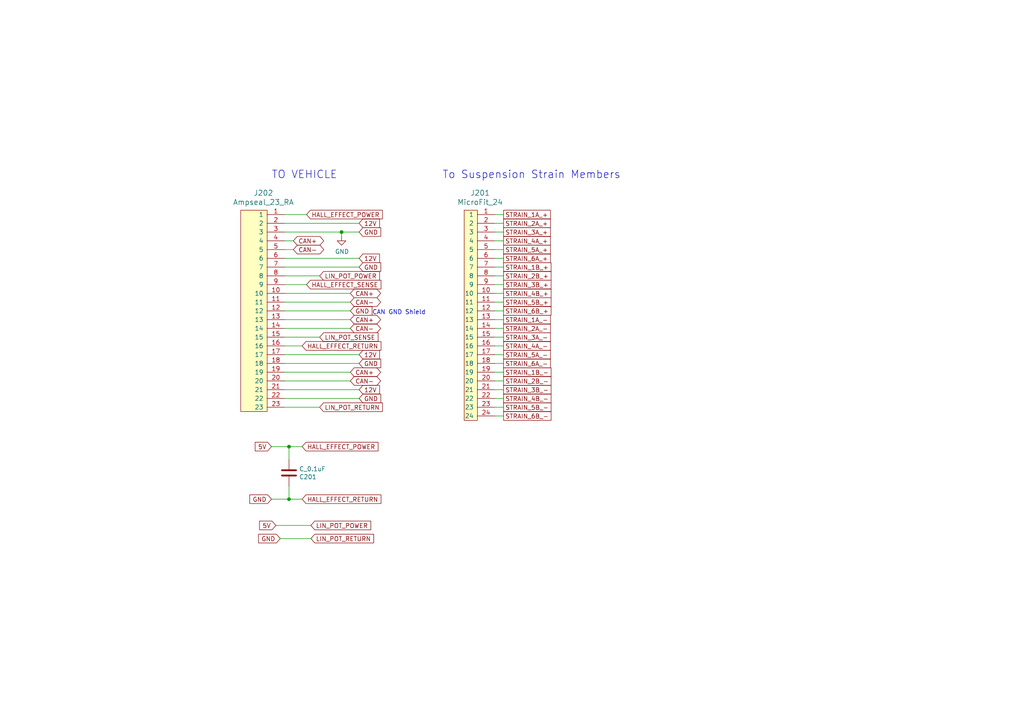
<source format=kicad_sch>
(kicad_sch (version 20211123) (generator eeschema)
  (paper "A4")
  (lib_symbols
    (symbol "formula:Ampseal_23_RA" (pin_names (offset 1.016))
      (property "Reference" "J" (at -6.35 30.48 0))
      (property "Value" "Ampseal_23_RA" (at -7.62 -30.48 0))
      (symbol "Ampseal_23_RA_0_1"
        (rectangle (start 0 29.21) (end -7.62 -29.21) (fill (type background)))
      )
      (symbol "Ampseal_23_RA_1_1"
        (pin passive line (at 5.08 27.94 180) (length 5.08) (name "1") (number "1"))
        (pin passive line (at 5.08 5.08 180) (length 5.08) (name "10") (number "10"))
        (pin passive line (at 5.08 2.54 180) (length 5.08) (name "11") (number "11"))
        (pin passive line (at 5.08 0 180) (length 5.08) (name "12") (number "12"))
        (pin passive line (at 5.08 -2.54 180) (length 5.08) (name "13") (number "13"))
        (pin passive line (at 5.08 -5.08 180) (length 5.08) (name "14") (number "14"))
        (pin passive line (at 5.08 -7.62 180) (length 5.08) (name "15") (number "15"))
        (pin passive line (at 5.08 -10.16 180) (length 5.08) (name "16") (number "16"))
        (pin passive line (at 5.08 -12.7 180) (length 5.08) (name "17") (number "17"))
        (pin passive line (at 5.08 -15.24 180) (length 5.08) (name "18") (number "18"))
        (pin passive line (at 5.08 -17.78 180) (length 5.08) (name "19") (number "19"))
        (pin passive line (at 5.08 25.4 180) (length 5.08) (name "2") (number "2"))
        (pin passive line (at 5.08 -20.32 180) (length 5.08) (name "20") (number "20"))
        (pin passive line (at 5.08 -22.86 180) (length 5.08) (name "21") (number "21"))
        (pin passive line (at 5.08 -25.4 180) (length 5.08) (name "22") (number "22"))
        (pin passive line (at 5.08 -27.94 180) (length 5.08) (name "23") (number "23"))
        (pin passive line (at 5.08 22.86 180) (length 5.08) (name "3") (number "3"))
        (pin passive line (at 5.08 20.32 180) (length 5.08) (name "4") (number "4"))
        (pin passive line (at 5.08 17.78 180) (length 5.08) (name "5") (number "5"))
        (pin passive line (at 5.08 15.24 180) (length 5.08) (name "6") (number "6"))
        (pin passive line (at 5.08 12.7 180) (length 5.08) (name "7") (number "7"))
        (pin passive line (at 5.08 10.16 180) (length 5.08) (name "8") (number "8"))
        (pin passive line (at 5.08 7.62 180) (length 5.08) (name "9") (number "9"))
      )
    )
    (symbol "formula:C_0.1uF" (pin_numbers hide) (pin_names (offset 0.254))
      (property "Reference" "C" (at 0.635 2.54 0))
      (property "Value" "C_0.1uF" (at 0.635 -2.54 0))
      (symbol "C_0.1uF_0_1"
        (polyline (pts (xy -2.032 -0.762) (xy 2.032 -0.762)) (stroke (width 0.508)))
        (polyline (pts (xy -2.032 0.762) (xy 2.032 0.762)) (stroke (width 0.508)))
      )
      (symbol "C_0.1uF_1_1"
        (pin passive line (at 0 3.81 270) (length 2.794) (name "~") (number "1"))
        (pin passive line (at 0 -3.81 90) (length 2.794) (name "~") (number "2"))
      )
    )
    (symbol "formula:MicroFit_24" (pin_names (offset 1.016))
      (property "Reference" "J" (at 1.27 -1.27 0))
      (property "Value" "MicroFit_24" (at 6.35 -64.77 0))
      (symbol "MicroFit_24_0_1"
        (rectangle (start 3.81 -63.5) (end 0 -2.54) (fill (type background)))
      )
      (symbol "MicroFit_24_1_1"
        (pin input line (at 8.89 -3.81 180) (length 5.08) (name "1") (number "1"))
        (pin input line (at 8.89 -26.67 180) (length 5.08) (name "10") (number "10"))
        (pin input line (at 8.89 -29.21 180) (length 5.08) (name "11") (number "11"))
        (pin input line (at 8.89 -31.75 180) (length 5.08) (name "12") (number "12"))
        (pin input line (at 8.89 -34.29 180) (length 5.08) (name "13") (number "13"))
        (pin input line (at 8.89 -36.83 180) (length 5.08) (name "14") (number "14"))
        (pin input line (at 8.89 -39.37 180) (length 5.08) (name "15") (number "15"))
        (pin input line (at 8.89 -41.91 180) (length 5.08) (name "16") (number "16"))
        (pin input line (at 8.89 -44.45 180) (length 5.08) (name "17") (number "17"))
        (pin input line (at 8.89 -46.99 180) (length 5.08) (name "18") (number "18"))
        (pin input line (at 8.89 -49.53 180) (length 5.08) (name "19") (number "19"))
        (pin input line (at 8.89 -6.35 180) (length 5.08) (name "2") (number "2"))
        (pin input line (at 8.89 -52.07 180) (length 5.08) (name "20") (number "20"))
        (pin input line (at 8.89 -54.61 180) (length 5.08) (name "21") (number "21"))
        (pin input line (at 8.89 -57.15 180) (length 5.08) (name "22") (number "22"))
        (pin input line (at 8.89 -59.69 180) (length 5.08) (name "23") (number "23"))
        (pin input line (at 8.89 -62.23 180) (length 5.08) (name "24") (number "24"))
        (pin input line (at 8.89 -8.89 180) (length 5.08) (name "3") (number "3"))
        (pin input line (at 8.89 -11.43 180) (length 5.08) (name "4") (number "4"))
        (pin input line (at 8.89 -13.97 180) (length 5.08) (name "5") (number "5"))
        (pin input line (at 8.89 -16.51 180) (length 5.08) (name "6") (number "6"))
        (pin input line (at 8.89 -19.05 180) (length 5.08) (name "7") (number "7"))
        (pin input line (at 8.89 -21.59 180) (length 5.08) (name "8") (number "8"))
        (pin input line (at 8.89 -24.13 180) (length 5.08) (name "9") (number "9"))
      )
    )
    (symbol "power:GND" (power) (pin_names (offset 0))
      (property "Value" "power_GND" (at 0 -3.81 0))
      (symbol "GND_0_1"
        (polyline (pts (xy 0 0) (xy 0 -1.27) (xy 1.27 -1.27) (xy 0 -2.54) (xy -1.27 -1.27) (xy 0 -1.27)))
      )
      (symbol "GND_1_1"
        (pin power_in line (at 0 0 270) (length 0) hide (name "GND") (number "1"))
      )
    )
  )
  (junction (at 99.06 67.31))
  (junction (at 83.82 129.54))
  (junction (at 83.82 144.78))
  (wire (pts (xy 83.82 144.78) (xy 83.82 140.97)))
  (wire (pts (xy 81.28 156.21) (xy 90.17 156.21)))
  (wire (pts (xy 82.55 102.87) (xy 104.14 102.87)))
  (wire (pts (xy 143.51 110.49) (xy 146.05 110.49)))
  (wire (pts (xy 143.51 64.77) (xy 146.05 64.77)))
  (wire (pts (xy 88.9 82.55) (xy 82.55 82.55)))
  (wire (pts (xy 146.05 113.03) (xy 143.51 113.03)))
  (wire (pts (xy 146.05 87.63) (xy 143.51 87.63)))
  (wire (pts (xy 83.82 129.54) (xy 87.63 129.54)))
  (wire (pts (xy 99.06 67.31) (xy 104.14 67.31)))
  (wire (pts (xy 143.51 90.17) (xy 146.05 90.17)))
  (wire (pts (xy 143.51 95.25) (xy 146.05 95.25)))
  (wire (pts (xy 146.05 77.47) (xy 143.51 77.47)))
  (wire (pts (xy 88.9 62.23) (xy 82.55 62.23)))
  (wire (pts (xy 82.55 87.63) (xy 101.6 87.63)))
  (wire (pts (xy 146.05 102.87) (xy 143.51 102.87)))
  (wire (pts (xy 143.51 80.01) (xy 146.05 80.01)))
  (wire (pts (xy 146.05 72.39) (xy 143.51 72.39)))
  (wire (pts (xy 80.01 152.4) (xy 90.17 152.4)))
  (wire (pts (xy 92.71 118.11) (xy 82.55 118.11)))
  (wire (pts (xy 82.55 110.49) (xy 101.6 110.49)))
  (wire (pts (xy 143.51 69.85) (xy 146.05 69.85)))
  (wire (pts (xy 146.05 82.55) (xy 143.51 82.55)))
  (wire (pts (xy 82.55 107.95) (xy 101.6 107.95)))
  (wire (pts (xy 82.55 74.93) (xy 104.14 74.93)))
  (wire (pts (xy 87.63 100.33) (xy 82.55 100.33)))
  (wire (pts (xy 143.51 100.33) (xy 146.05 100.33)))
  (wire (pts (xy 82.55 64.77) (xy 104.14 64.77)))
  (wire (pts (xy 146.05 97.79) (xy 143.51 97.79)))
  (wire (pts (xy 82.55 72.39) (xy 85.09 72.39)))
  (wire (pts (xy 82.55 90.17) (xy 101.6 90.17)))
  (wire (pts (xy 83.82 129.54) (xy 78.74 129.54)))
  (wire (pts (xy 83.82 144.78) (xy 78.74 144.78)))
  (wire (pts (xy 146.05 62.23) (xy 143.51 62.23)))
  (wire (pts (xy 83.82 133.35) (xy 83.82 129.54)))
  (wire (pts (xy 146.05 92.71) (xy 143.51 92.71)))
  (wire (pts (xy 82.55 69.85) (xy 85.09 69.85)))
  (wire (pts (xy 82.55 80.01) (xy 92.71 80.01)))
  (wire (pts (xy 87.63 144.78) (xy 83.82 144.78)))
  (wire (pts (xy 146.05 67.31) (xy 143.51 67.31)))
  (wire (pts (xy 143.51 115.57) (xy 146.05 115.57)))
  (wire (pts (xy 82.55 113.03) (xy 104.14 113.03)))
  (wire (pts (xy 82.55 67.31) (xy 99.06 67.31)))
  (wire (pts (xy 143.51 105.41) (xy 146.05 105.41)))
  (wire (pts (xy 143.51 120.65) (xy 146.05 120.65)))
  (wire (pts (xy 99.06 68.58) (xy 99.06 67.31)))
  (wire (pts (xy 82.55 105.41) (xy 104.14 105.41)))
  (wire (pts (xy 143.51 85.09) (xy 146.05 85.09)))
  (wire (pts (xy 146.05 118.11) (xy 143.51 118.11)))
  (wire (pts (xy 82.55 77.47) (xy 104.14 77.47)))
  (wire (pts (xy 82.55 115.57) (xy 104.14 115.57)))
  (wire (pts (xy 82.55 95.25) (xy 101.6 95.25)))
  (wire (pts (xy 92.71 97.79) (xy 82.55 97.79)))
  (wire (pts (xy 82.55 92.71) (xy 101.6 92.71)))
  (wire (pts (xy 146.05 107.95) (xy 143.51 107.95)))
  (wire (pts (xy 82.55 85.09) (xy 101.6 85.09)))
  (wire (pts (xy 143.51 74.93) (xy 146.05 74.93)))
  (text "CAN GND Shield" (at 107.95 91.44 0) (effects (font (size 1.27 1.27)) (justify left bottom)))
  (text "TO VEHICLE" (at 78.74 52.07 0) (effects (font (size 2.2098 2.2098)) (justify left bottom)))
  (text "To Suspension Strain Members" (at 128.27 52.07 0) (effects (font (size 2.2098 2.2098)) (justify left bottom)))
  (global_label "STRAIN_2A_+" (shape passive) (at 146.05 64.77 0) (property "Intersheet References" "${INTERSHEET_REFS}" (effects hide)))
  (global_label "STRAIN_3B_+" (shape passive) (at 146.05 82.55 0) (property "Intersheet References" "${INTERSHEET_REFS}" (effects hide)))
  (global_label "STRAIN_6B_+" (shape passive) (at 146.05 90.17 0) (property "Intersheet References" "${INTERSHEET_REFS}" (effects hide)))
  (global_label "STRAIN_1B_-" (shape passive) (at 146.05 107.95 0) (property "Intersheet References" "${INTERSHEET_REFS}" (effects hide)))
  (global_label "STRAIN_2A_-" (shape passive) (at 146.05 95.25 0) (property "Intersheet References" "${INTERSHEET_REFS}" (effects hide)))
  (global_label "STRAIN_1A_+" (shape passive) (at 146.05 62.23 0) (property "Intersheet References" "${INTERSHEET_REFS}" (effects hide)))
  (global_label "GND" (shape input) (at 104.14 105.41 0) (property "Intersheet References" "${INTERSHEET_REFS}" (effects hide)))
  (global_label "CAN+" (shape bidirectional) (at 101.6 92.71 0) (property "Intersheet References" "${INTERSHEET_REFS}" (effects hide)))
  (global_label "STRAIN_6B_-" (shape passive) (at 146.05 120.65 0) (property "Intersheet References" "${INTERSHEET_REFS}" (effects hide)))
  (global_label "CAN-" (shape bidirectional) (at 85.09 72.39 0) (property "Intersheet References" "${INTERSHEET_REFS}" (effects hide)))
  (global_label "HALL_EFFECT_POWER" (shape input) (at 88.9 62.23 0) (property "Intersheet References" "${INTERSHEET_REFS}" (effects hide)))
  (global_label "GND" (shape input) (at 101.6 90.17 0) (property "Intersheet References" "${INTERSHEET_REFS}" (effects hide)))
  (global_label "GND" (shape input) (at 104.14 67.31 0) (property "Intersheet References" "${INTERSHEET_REFS}" (effects hide)))
  (global_label "12V" (shape input) (at 104.14 113.03 0) (property "Intersheet References" "${INTERSHEET_REFS}" (effects hide)))
  (global_label "LIN_POT_SENSE" (shape input) (at 92.71 97.79 0) (property "Intersheet References" "${INTERSHEET_REFS}" (effects hide)))
  (global_label "12V" (shape input) (at 104.14 74.93 0) (property "Intersheet References" "${INTERSHEET_REFS}" (effects hide)))
  (global_label "STRAIN_3B_-" (shape passive) (at 146.05 113.03 0) (property "Intersheet References" "${INTERSHEET_REFS}" (effects hide)))
  (global_label "LIN_POT_RETURN" (shape input) (at 90.17 156.21 0) (property "Intersheet References" "${INTERSHEET_REFS}" (effects hide)))
  (global_label "HALL_EFFECT_RETURN" (shape input) (at 87.63 144.78 0) (property "Intersheet References" "${INTERSHEET_REFS}" (effects hide)))
  (global_label "5V" (shape input) (at 78.74 129.54 180) (property "Intersheet References" "${INTERSHEET_REFS}" (effects hide)))
  (global_label "STRAIN_4B_-" (shape passive) (at 146.05 115.57 0) (property "Intersheet References" "${INTERSHEET_REFS}" (effects hide)))
  (global_label "STRAIN_5B_-" (shape passive) (at 146.05 118.11 0) (property "Intersheet References" "${INTERSHEET_REFS}" (effects hide)))
  (global_label "CAN-" (shape bidirectional) (at 101.6 110.49 0) (property "Intersheet References" "${INTERSHEET_REFS}" (effects hide)))
  (global_label "GND" (shape input) (at 104.14 77.47 0) (property "Intersheet References" "${INTERSHEET_REFS}" (effects hide)))
  (global_label "HALL_EFFECT_RETURN" (shape input) (at 87.63 100.33 0) (property "Intersheet References" "${INTERSHEET_REFS}" (effects hide)))
  (global_label "HALL_EFFECT_SENSE" (shape input) (at 88.9 82.55 0) (property "Intersheet References" "${INTERSHEET_REFS}" (effects hide)))
  (global_label "LIN_POT_RETURN" (shape input) (at 92.71 118.11 0) (property "Intersheet References" "${INTERSHEET_REFS}" (effects hide)))
  (global_label "GND" (shape input) (at 78.74 144.78 180) (property "Intersheet References" "${INTERSHEET_REFS}" (effects hide)))
  (global_label "12V" (shape input) (at 104.14 64.77 0) (property "Intersheet References" "${INTERSHEET_REFS}" (effects hide)))
  (global_label "CAN-" (shape bidirectional) (at 101.6 87.63 0) (property "Intersheet References" "${INTERSHEET_REFS}" (effects hide)))
  (global_label "LIN_POT_POWER" (shape input) (at 90.17 152.4 0) (property "Intersheet References" "${INTERSHEET_REFS}" (effects hide)))
  (global_label "STRAIN_6A_+" (shape passive) (at 146.05 74.93 0) (property "Intersheet References" "${INTERSHEET_REFS}" (effects hide)))
  (global_label "CAN+" (shape bidirectional) (at 101.6 85.09 0) (property "Intersheet References" "${INTERSHEET_REFS}" (effects hide)))
  (global_label "CAN+" (shape bidirectional) (at 101.6 107.95 0) (property "Intersheet References" "${INTERSHEET_REFS}" (effects hide)))
  (global_label "STRAIN_1A_-" (shape passive) (at 146.05 92.71 0) (property "Intersheet References" "${INTERSHEET_REFS}" (effects hide)))
  (global_label "LIN_POT_POWER" (shape input) (at 92.71 80.01 0) (property "Intersheet References" "${INTERSHEET_REFS}" (effects hide)))
  (global_label "CAN+" (shape bidirectional) (at 85.09 69.85 0) (property "Intersheet References" "${INTERSHEET_REFS}" (effects hide)))
  (global_label "STRAIN_4B_+" (shape passive) (at 146.05 85.09 0) (property "Intersheet References" "${INTERSHEET_REFS}" (effects hide)))
  (global_label "STRAIN_2B_-" (shape passive) (at 146.05 110.49 0) (property "Intersheet References" "${INTERSHEET_REFS}" (effects hide)))
  (global_label "CAN-" (shape bidirectional) (at 101.6 95.25 0) (property "Intersheet References" "${INTERSHEET_REFS}" (effects hide)))
  (global_label "GND" (shape input) (at 81.28 156.21 180) (property "Intersheet References" "${INTERSHEET_REFS}" (effects hide)))
  (global_label "STRAIN_4A_-" (shape passive) (at 146.05 100.33 0) (property "Intersheet References" "${INTERSHEET_REFS}" (effects hide)))
  (global_label "STRAIN_6A_-" (shape passive) (at 146.05 105.41 0) (property "Intersheet References" "${INTERSHEET_REFS}" (effects hide)))
  (global_label "STRAIN_3A_+" (shape passive) (at 146.05 67.31 0) (property "Intersheet References" "${INTERSHEET_REFS}" (effects hide)))
  (global_label "12V" (shape input) (at 104.14 102.87 0) (property "Intersheet References" "${INTERSHEET_REFS}" (effects hide)))
  (global_label "STRAIN_5B_+" (shape passive) (at 146.05 87.63 0) (property "Intersheet References" "${INTERSHEET_REFS}" (effects hide)))
  (global_label "STRAIN_1B_+" (shape passive) (at 146.05 77.47 0) (property "Intersheet References" "${INTERSHEET_REFS}" (effects hide)))
  (global_label "STRAIN_2B_+" (shape passive) (at 146.05 80.01 0) (property "Intersheet References" "${INTERSHEET_REFS}" (effects hide)))
  (global_label "STRAIN_5A_-" (shape passive) (at 146.05 102.87 0) (property "Intersheet References" "${INTERSHEET_REFS}" (effects hide)))
  (global_label "HALL_EFFECT_POWER" (shape input) (at 87.63 129.54 0) (property "Intersheet References" "${INTERSHEET_REFS}" (effects hide)))
  (global_label "5V" (shape input) (at 80.01 152.4 180) (property "Intersheet References" "${INTERSHEET_REFS}" (effects hide)))
  (global_label "GND" (shape input) (at 104.14 115.57 0) (property "Intersheet References" "${INTERSHEET_REFS}" (effects hide)))
  (global_label "STRAIN_3A_-" (shape passive) (at 146.05 97.79 0) (property "Intersheet References" "${INTERSHEET_REFS}" (effects hide)))
  (global_label "STRAIN_4A_+" (shape passive) (at 146.05 69.85 0) (property "Intersheet References" "${INTERSHEET_REFS}" (effects hide)))
  (global_label "STRAIN_5A_+" (shape passive) (at 146.05 72.39 0) (property "Intersheet References" "${INTERSHEET_REFS}" (effects hide)))
  (symbol (lib_id "power:GND") (at 99.06 68.58 0) (unit 1)
    (property "Reference" "#PWR?" (effects hide))
    (property "Value" "GND" (at 99.187 72.9742 0))
  )
  (symbol (lib_id "formula:C_0.1uF") (at 83.82 137.16 0) (mirror x)
    (property "Reference" "C201" (at 86.741 138.3284 0) (effects (justify left)))
    (property "Value" "C_0.1uF" (at 86.741 136.017 0) (effects (justify left)))
    (property "Footprint" "footprints:C_0805_OEM" (effects hide))
    (property "Datasheet" "http://datasheets.avx.com/X7RDielectric.pdf" (effects hide))
    (property "MFN" "DK" (effects hide))
    (property "MPN" "478-3352-1-ND" (effects hide))
    (property "PurchasingLink" "https://www.digikey.com/products/en?keywords=478-3352-1-ND" (effects hide))
  )
  (symbol (lib_id "formula:Ampseal_23_RA") (at 77.47 90.17 0) (unit 1)
    (property "Reference" "J202" (at 76.4032 55.9562 0) (effects (font (size 1.524 1.524))))
    (property "Value" "Ampseal_23_RA" (at 76.4032 58.6486 0) (effects (font (size 1.524 1.524))))
    (property "Footprint" "footprints:Ampseal_23" (effects hide))
    (property "Datasheet" "http://www.te.com/commerce/DocumentDelivery/DDEController?Action=showdoc&DocId=Customer+Drawing%7F776087%7FE11%7Fpdf%7FEnglish%7FENG_CD_776087_E11.pdf%7F776087-1" (effects hide))
    (property "MFN" "TE" (effects hide))
    (property "MPN" "776087-1" (effects hide))
    (property "PurchasingLink" "http://www.te.com/usa-en/product-776087-1.html" (effects hide))
  )
  (symbol (lib_id "formula:MicroFit_24") (at 134.62 58.42 0) (unit 1)
    (property "Reference" "J201" (at 139.2682 55.9562 0) (effects (font (size 1.524 1.524))))
    (property "Value" "MicroFit_24" (at 139.2682 58.6486 0) (effects (font (size 1.524 1.524))))
    (property "Footprint" "footprints:Molex_Microfit3_Header_02x12_Straight_0444322401_OEM" (effects hide))
    (property "Datasheet" "https://www.molex.com/pdm_docs/sd/430452400_sd.pdf" (effects hide))
    (property "MFN" "DK" (effects hide))
    (property "MPN" "WM4728-ND" (effects hide))
    (property "PurchasingLink" "https://www.digikey.com/product-detail/en/molex-llc/0430452400/WM4728-ND/531428" (effects hide))
  )
)
</source>
